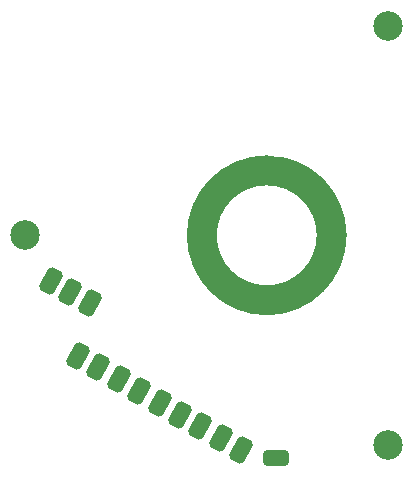
<source format=gbs>
G04*
G04 #@! TF.GenerationSoftware,Altium Limited,Altium Designer,20.1.14 (287)*
G04*
G04 Layer_Color=16711935*
%FSLAX25Y25*%
%MOIN*%
G70*
G04*
G04 #@! TF.SameCoordinates,B8DE9612-172B-4E27-A0E0-44EA1AA92255*
G04*
G04*
G04 #@! TF.FilePolarity,Negative*
G04*
G01*
G75*
%ADD13C,0.09843*%
%ADD15C,0.09855*%
G04:AMPARAMS|DCode=22|XSize=55.24mil|YSize=86.74mil|CornerRadius=15.81mil|HoleSize=0mil|Usage=FLASHONLY|Rotation=150.000|XOffset=0mil|YOffset=0mil|HoleType=Round|Shape=RoundedRectangle|*
%AMROUNDEDRECTD22*
21,1,0.05524,0.05512,0,0,150.0*
21,1,0.02362,0.08674,0,0,150.0*
1,1,0.03162,0.00355,0.02977*
1,1,0.03162,0.02401,0.01796*
1,1,0.03162,-0.00355,-0.02977*
1,1,0.03162,-0.02401,-0.01796*
%
%ADD22ROUNDEDRECTD22*%
G04:AMPARAMS|DCode=23|XSize=55.24mil|YSize=86.74mil|CornerRadius=15.81mil|HoleSize=0mil|Usage=FLASHONLY|Rotation=90.000|XOffset=0mil|YOffset=0mil|HoleType=Round|Shape=RoundedRectangle|*
%AMROUNDEDRECTD23*
21,1,0.05524,0.05512,0,0,90.0*
21,1,0.02362,0.08674,0,0,90.0*
1,1,0.03162,0.02756,0.01181*
1,1,0.03162,0.02756,-0.01181*
1,1,0.03162,-0.02756,-0.01181*
1,1,0.03162,-0.02756,0.01181*
%
%ADD23ROUNDEDRECTD23*%
D13*
X21654Y0D02*
G03*
X21654Y0I-21654J0D01*
G01*
D15*
X-80709D02*
D03*
X40354Y69896D02*
D03*
Y-69896D02*
D03*
D22*
X-65477Y-18905D02*
D03*
X-71901Y-15186D02*
D03*
X-59052Y-22671D02*
D03*
X-49277Y-47960D02*
D03*
X-56091Y-44034D02*
D03*
X-42572Y-51912D02*
D03*
X-62746Y-40221D02*
D03*
X-15376Y-67590D02*
D03*
X-22143Y-63678D02*
D03*
X-28911Y-59768D02*
D03*
X-35743Y-55854D02*
D03*
X-8609Y-71463D02*
D03*
D23*
X3233Y-74222D02*
D03*
M02*

</source>
